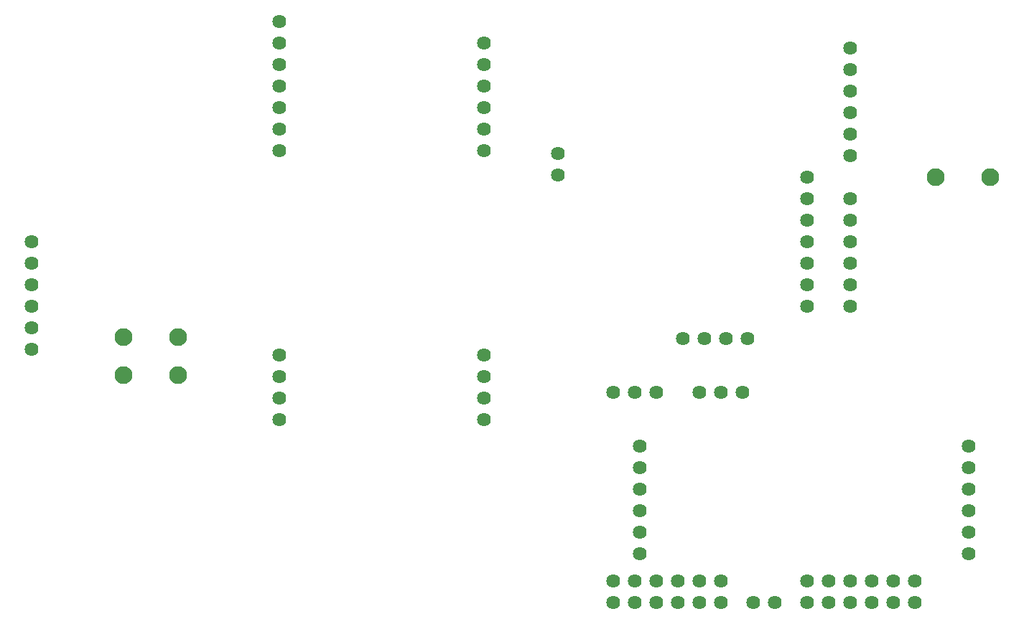
<source format=gbr>
G04 #@! TF.GenerationSoftware,KiCad,Pcbnew,(5.0.0-rc2-dev-319-g0ded476)*
G04 #@! TF.CreationDate,2018-08-03T18:05:57-07:00*
G04 #@! TF.ProjectId,paranoids-hackme-1,706172616E6F6964732D6861636B6D65,B-eco1*
G04 #@! TF.SameCoordinates,Original*
G04 #@! TF.FileFunction,Soldermask,Bot*
G04 #@! TF.FilePolarity,Negative*
%FSLAX46Y46*%
G04 Gerber Fmt 4.6, Leading zero omitted, Abs format (unit mm)*
G04 Created by KiCad (PCBNEW (5.0.0-rc2-dev-319-g0ded476)) date Friday, August 03, 2018 at 06:05:57 PM*
%MOMM*%
%LPD*%
G01*
G04 APERTURE LIST*
%ADD10C,1.625600*%
%ADD11C,2.101600*%
G04 APERTURE END LIST*
D10*
X166243000Y-57531000D03*
X166243000Y-54991000D03*
X133350000Y-39370000D03*
X133350000Y-41910000D03*
X133350000Y-44450000D03*
X133350000Y-46990000D03*
X133350000Y-49530000D03*
X133350000Y-52070000D03*
X133350000Y-54610000D03*
X200660000Y-60325000D03*
X200660000Y-62865000D03*
X200660000Y-65405000D03*
X200660000Y-67945000D03*
X200660000Y-70485000D03*
X200660000Y-73025000D03*
X189230000Y-107950000D03*
X191770000Y-107950000D03*
X195580000Y-57785000D03*
X195580000Y-60325000D03*
X195580000Y-62865000D03*
X195580000Y-65405000D03*
X195580000Y-67945000D03*
X195580000Y-70485000D03*
X195580000Y-73025000D03*
X177800000Y-83185000D03*
X175260000Y-83185000D03*
X172720000Y-83185000D03*
X187960000Y-83185000D03*
X185420000Y-83185000D03*
X182880000Y-83185000D03*
X188595000Y-76835000D03*
X186055000Y-76835000D03*
X183515000Y-76835000D03*
X180975000Y-76835000D03*
X133350000Y-86360000D03*
X133350000Y-83820000D03*
X133350000Y-81280000D03*
X133350000Y-78740000D03*
X157480000Y-86360000D03*
X157480000Y-83820000D03*
X157480000Y-81280000D03*
X157480000Y-78740000D03*
X200660000Y-42545000D03*
X200660000Y-45085000D03*
X200660000Y-47625000D03*
X200660000Y-50165000D03*
X200660000Y-52705000D03*
X200660000Y-55245000D03*
X104140000Y-65405000D03*
X104140000Y-67945000D03*
X104140000Y-70485000D03*
X104140000Y-73025000D03*
X104140000Y-75565000D03*
X104140000Y-78105000D03*
X175895000Y-102235000D03*
X175895000Y-99695000D03*
X175895000Y-97155000D03*
X175895000Y-94615000D03*
X175895000Y-92075000D03*
X175895000Y-89535000D03*
X157480000Y-41910000D03*
X157480000Y-44450000D03*
X157480000Y-46990000D03*
X157480000Y-49530000D03*
X157480000Y-52070000D03*
X157480000Y-54610000D03*
X214630000Y-102235000D03*
X214630000Y-99695000D03*
X214630000Y-97155000D03*
X214630000Y-94615000D03*
X214630000Y-92075000D03*
X214630000Y-89535000D03*
D11*
X217245000Y-57785000D03*
X210745000Y-57785000D03*
X114990000Y-81150000D03*
X114990000Y-76650000D03*
X121490000Y-81150000D03*
X121490000Y-76650000D03*
D10*
X172720000Y-105410000D03*
X175260000Y-105410000D03*
X175260000Y-107950000D03*
X172720000Y-107950000D03*
X180340000Y-107950000D03*
X182880000Y-107950000D03*
X185420000Y-107950000D03*
X185420000Y-105410000D03*
X182880000Y-105410000D03*
X180340000Y-105410000D03*
X177800000Y-107950000D03*
X177800000Y-105410000D03*
X195580000Y-105410000D03*
X198120000Y-105410000D03*
X198120000Y-107950000D03*
X195580000Y-107950000D03*
X203200000Y-107950000D03*
X205740000Y-107950000D03*
X208280000Y-107950000D03*
X208280000Y-105410000D03*
X205740000Y-105410000D03*
X203200000Y-105410000D03*
X200660000Y-107950000D03*
X200660000Y-105410000D03*
M02*

</source>
